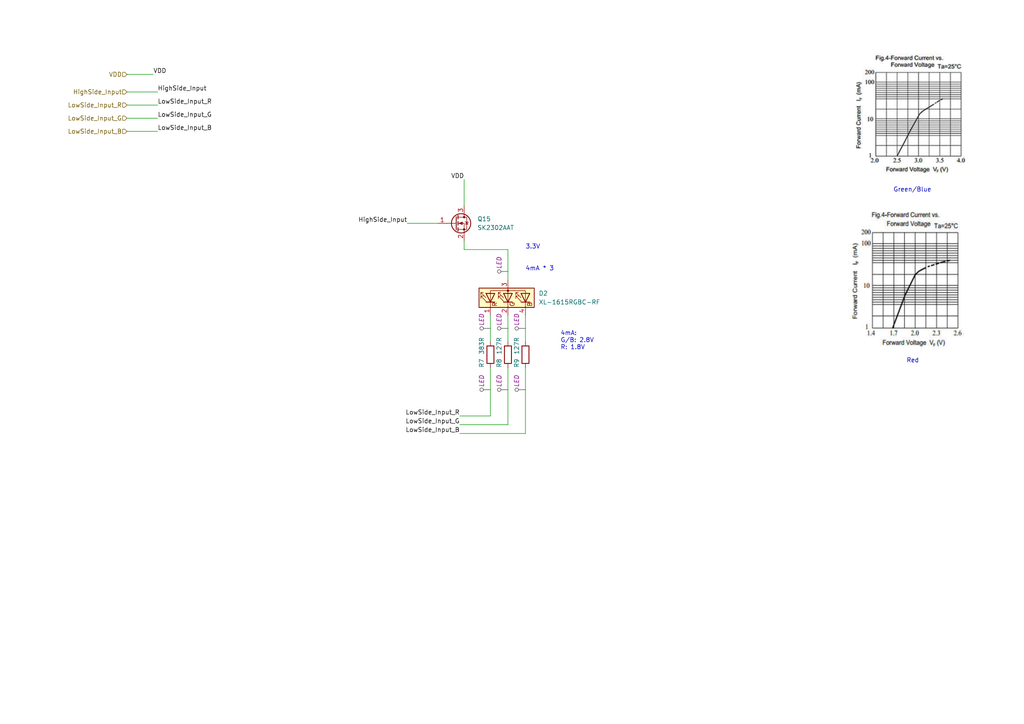
<source format=kicad_sch>
(kicad_sch (version 20230121) (generator eeschema)
  (paper "A4")
  (title_block (title "KiCad 2023 Asia Badge") (date "2023-10-07") (rev "2") (company "Beijing Exponential Deep Space") (comment 1 "Designed by Yang Hongbo"))
  (lib_symbols
    (symbol "Device:LED_RGAB" (pin_names (offset 0) hide)
      (property "Reference" "D" (at 0 9.398 0))
      (property "Value" "LED_RGAB" (at 0 -8.89 0))
      (symbol "LED_RGAB_0_0"
        (text "B" (at -1.905 -6.35 0) (effects (font (size 1.27 1.27))))
        (text "G" (at -1.905 -1.27 0) (effects (font (size 1.27 1.27))))
        (text "R" (at -1.905 3.81 0) (effects (font (size 1.27 1.27))))
      )
      (symbol "LED_RGAB_0_1"
        (polyline (pts (xy -1.27 -5.08) (xy -2.54 -5.08)))
        (polyline (pts (xy -1.27 -5.08) (xy 1.27 -5.08)))
        (polyline (pts (xy -1.27 -3.81) (xy -1.27 -6.35)) (stroke (width 0.254)))
        (polyline (pts (xy -1.27 0) (xy -2.54 0)))
        (polyline (pts (xy -1.27 1.27) (xy -1.27 -1.27)) (stroke (width 0.254)))
        (polyline (pts (xy -1.27 5.08) (xy -2.54 5.08)))
        (polyline (pts (xy -1.27 5.08) (xy 1.27 5.08)))
        (polyline (pts (xy -1.27 6.35) (xy -1.27 3.81)) (stroke (width 0.254)))
        (polyline (pts (xy 1.27 0) (xy -1.27 0)))
        (polyline (pts (xy 1.27 0) (xy 2.54 0)))
        (polyline (pts (xy -1.27 1.27) (xy -1.27 -1.27) (xy -1.27 -1.27)))
        (polyline (pts (xy -1.27 6.35) (xy -1.27 3.81) (xy -1.27 3.81)))
        (polyline (pts (xy 1.27 -5.08) (xy 2.032 -5.08) (xy 2.032 5.08) (xy 1.27 5.08)))
        (polyline (pts (xy 1.27 -3.81) (xy 1.27 -6.35) (xy -1.27 -5.08) (xy 1.27 -3.81)) (stroke (width 0.254)))
        (polyline (pts (xy 1.27 1.27) (xy 1.27 -1.27) (xy -1.27 0) (xy 1.27 1.27)) (stroke (width 0.254)))
        (polyline (pts (xy 1.27 6.35) (xy 1.27 3.81) (xy -1.27 5.08) (xy 1.27 6.35)) (stroke (width 0.254)))
        (polyline (pts (xy -1.016 -3.81) (xy 0.508 -2.286) (xy -0.254 -2.286) (xy 0.508 -2.286) (xy 0.508 -3.048)))
        (polyline (pts (xy -1.016 1.27) (xy 0.508 2.794) (xy -0.254 2.794) (xy 0.508 2.794) (xy 0.508 2.032)))
        (polyline (pts (xy -1.016 6.35) (xy 0.508 7.874) (xy -0.254 7.874) (xy 0.508 7.874) (xy 0.508 7.112)))
        (polyline (pts (xy 0 -3.81) (xy 1.524 -2.286) (xy 0.762 -2.286) (xy 1.524 -2.286) (xy 1.524 -3.048)))
        (polyline (pts (xy 0 1.27) (xy 1.524 2.794) (xy 0.762 2.794) (xy 1.524 2.794) (xy 1.524 2.032)))
        (polyline (pts (xy 0 6.35) (xy 1.524 7.874) (xy 0.762 7.874) (xy 1.524 7.874) (xy 1.524 7.112)))
        (rectangle (start 1.27 -1.27) (end 1.27 1.27))
        (rectangle (start 1.27 1.27) (end 1.27 1.27))
        (rectangle (start 1.27 3.81) (end 1.27 6.35))
        (rectangle (start 1.27 6.35) (end 1.27 6.35))
        (circle (center 2.032 0) (radius 0.254) (fill (type outline)))
        (rectangle (start 2.794 8.382) (end -2.794 -7.62) (stroke (width 0.254)) (fill (type background)))
      )
      (symbol "LED_RGAB_1_1"
        (pin passive line (at -5.08 5.08 0) (length 2.54) (name "RK") (number "1"))
        (pin passive line (at -5.08 0 0) (length 2.54) (name "GK") (number "2"))
        (pin passive line (at 5.08 0 180) (length 2.54) (name "A") (number "3"))
        (pin passive line (at -5.08 -5.08 0) (length 2.54) (name "BK") (number "4"))
      )
    )
    (symbol "Device:Q_NMOS_GSD" (pin_names (offset 0) hide)
      (property "Reference" "Q" (at 5.08 1.27 0))
      (property "Value" "Q_NMOS_GSD" (at 5.08 -1.27 0))
      (symbol "Q_NMOS_GSD_0_1"
        (polyline (pts (xy 0.254 0) (xy -2.54 0)))
        (polyline (pts (xy 0.254 1.905) (xy 0.254 -1.905)) (stroke (width 0.254)))
        (polyline (pts (xy 0.762 -1.27) (xy 0.762 -2.286)) (stroke (width 0.254)))
        (polyline (pts (xy 0.762 0.508) (xy 0.762 -0.508)) (stroke (width 0.254)))
        (polyline (pts (xy 0.762 2.286) (xy 0.762 1.27)) (stroke (width 0.254)))
        (polyline (pts (xy 2.54 2.54) (xy 2.54 1.778)))
        (polyline (pts (xy 2.54 -2.54) (xy 2.54 0) (xy 0.762 0)))
        (polyline (pts (xy 0.762 -1.778) (xy 3.302 -1.778) (xy 3.302 1.778) (xy 0.762 1.778)))
        (polyline (pts (xy 1.016 0) (xy 2.032 0.381) (xy 2.032 -0.381) (xy 1.016 0)) (fill (type outline)))
        (polyline (pts (xy 2.794 0.508) (xy 2.921 0.381) (xy 3.683 0.381) (xy 3.81 0.254)))
        (polyline (pts (xy 3.302 0.381) (xy 2.921 -0.254) (xy 3.683 -0.254) (xy 3.302 0.381)))
        (circle (center 1.651 0) (radius 2.794) (stroke (width 0.254)))
        (circle (center 2.54 -1.778) (radius 0.254) (fill (type outline)))
        (circle (center 2.54 1.778) (radius 0.254) (fill (type outline)))
      )
      (symbol "Q_NMOS_GSD_1_1"
        (pin input line (at -5.08 0 0) (length 2.54) (name "G") (number "1"))
        (pin passive line (at 2.54 -5.08 90) (length 2.54) (name "S") (number "2"))
        (pin passive line (at 2.54 5.08 270) (length 2.54) (name "D") (number "3"))
      )
    )
    (symbol "Device:R" (pin_numbers hide) (pin_names (offset 0))
      (property "Reference" "R" (at 2.032 0 90))
      (property "Value" "R" (at 0 0 90))
      (symbol "R_0_1"
        (rectangle (start -1.016 -2.54) (end 1.016 2.54) (stroke (width 0.254)))
      )
      (symbol "R_1_1"
        (pin passive line (at 0 3.81 270) (length 1.27) (name "~") (number "1"))
        (pin passive line (at 0 -3.81 90) (length 1.27) (name "~") (number "2"))
      )
    )
  )
  (wire (pts (xy 134.62 59.69) (xy 134.62 52.07)))
  (wire (pts (xy 36.83 21.59) (xy 44.45 21.59)))
  (wire (pts (xy 142.24 91.44) (xy 142.24 99.06)))
  (wire (pts (xy 36.83 34.29) (xy 45.72 34.29)))
  (wire (pts (xy 152.4 106.68) (xy 152.4 125.73)))
  (wire (pts (xy 147.32 81.28) (xy 147.32 72.39)))
  (wire (pts (xy 152.4 91.44) (xy 152.4 99.06)))
  (wire (pts (xy 134.62 69.85) (xy 134.62 72.39)))
  (wire (pts (xy 36.83 30.48) (xy 45.72 30.48)))
  (wire (pts (xy 142.24 120.65) (xy 133.35 120.65)))
  (wire (pts (xy 147.32 106.68) (xy 147.32 123.19)))
  (wire (pts (xy 133.35 125.73) (xy 152.4 125.73)))
  (wire (pts (xy 134.62 72.39) (xy 147.32 72.39)))
  (wire (pts (xy 36.83 38.1) (xy 45.72 38.1)))
  (wire (pts (xy 36.83 26.67) (xy 45.72 26.67)))
  (wire (pts (xy 147.32 91.44) (xy 147.32 99.06)))
  (wire (pts (xy 133.35 123.19) (xy 147.32 123.19)))
  (wire (pts (xy 127 64.77) (xy 118.11 64.77)))
  (wire (pts (xy 142.24 106.68) (xy 142.24 120.65)))
  (image (at 264.16 81.28) (scale 0.90483))
  (image (at 264.16 33.02))
  (text "4mA:\nG/B: 2.8V\nR: 1.8V" (at 162.56 101.6 0) (effects (font (size 1.27 1.27)) (justify left bottom)))
  (text "4mA * 3" (at 152.4 78.74 0) (effects (font (size 1.27 1.27)) (justify left bottom)))
  (text "Green/Blue" (at 259.08 55.88 0) (effects (font (size 1.27 1.27)) (justify left bottom)))
  (text "Red" (at 262.89 105.41 0) (effects (font (size 1.27 1.27)) (justify left bottom)))
  (text "3.3V" (at 152.4 72.39 0) (effects (font (size 1.27 1.27)) (justify left bottom)))
  (label "LowSide_Input_G" (at 45.72 34.29 0))
  (label "LowSide_Input_B" (at 45.72 38.1 0))
  (label "VDD" (at 44.45 21.59 0))
  (label "LowSide_Input_R" (at 133.35 120.65 180))
  (label "HighSide_Input" (at 118.11 64.77 180))
  (label "VDD" (at 134.62 52.07 180))
  (label "LowSide_Input_R" (at 45.72 30.48 0))
  (label "LowSide_Input_B" (at 133.35 125.73 180))
  (label "HighSide_Input" (at 45.72 26.67 0))
  (label "LowSide_Input_G" (at 133.35 123.19 180))
  (hierarchical_label "LowSide_Input_G" (shape input) (at 36.83 34.29 180))
  (hierarchical_label "VDD" (shape input) (at 36.83 21.59 180))
  (hierarchical_label "LowSide_Input_R" (shape input) (at 36.83 30.48 180))
  (hierarchical_label "LowSide_Input_B" (shape input) (at 36.83 38.1 180))
  (hierarchical_label "HighSide_Input" (shape input) (at 36.83 26.67 180))
  (netclass_flag "" (length 2.54) (shape round) (at 147.32 78.74 90) (property "Netclass" "LED" (at 144.78 78.0415 90) (effects (font italic) (justify left))))
  (netclass_flag "" (length 2.54) (shape round) (at 152.4 113.03 90) (property "Netclass" "LED" (at 149.86 112.3315 90) (effects (font italic) (justify left))))
  (netclass_flag "" (length 2.54) (shape round) (at 147.32 95.25 90) (property "Netclass" "LED" (at 144.78 94.5515 90) (effects (font italic) (justify left))))
  (netclass_flag "" (length 2.54) (shape round) (at 142.24 113.03 90) (property "Netclass" "LED" (at 139.7 112.3315 90) (effects (font italic) (justify left))))
  (netclass_flag "" (length 2.54) (shape round) (at 152.4 95.25 90) (property "Netclass" "LED" (at 149.86 94.5515 90) (effects (font italic) (justify left))))
  (netclass_flag "" (length 2.54) (shape round) (at 147.32 113.03 90) (property "Netclass" "LED" (at 144.78 112.3315 90) (effects (font italic) (justify left))))
  (netclass_flag "" (length 2.54) (shape round) (at 142.24 95.25 90) (property "Netclass" "LED" (at 139.7 94.5515 90) (effects (font italic) (justify left))))
  (symbol (lib_id "Device:R") (at 142.24 102.87 0) (unit 1)
    (property "Reference" "R7" (at 139.7 106.68 90) (effects (justify left)))
    (property "Value" "383R" (at 139.7 102.87 90) (effects (justify left)))
    (property "Footprint" "Resistor_SMD:R_0402_1005Metric" (effects hide))
    (property "Description" "电阻类型: 薄膜电阻 阻值: 383Ω 精度: ±0.1% 功率: 63mW 温度系数: ±25ppm/℃ 工作温度范围: -55℃~+155℃" (effects hide))
    (property "LCSC" "C852748" (effects hide))
    (property "Vendor" "YAGEO(国巨)" (effects hide))
    (property "Vendor Model" "RT0402BRD07383RL" (effects hide))
    (instances (project "KiConSZ2023" (path "" (reference "R7") (unit 1)) (path "" (reference "R10") (unit 1)) (path "" (reference "R13") (unit 1)) (path "" (reference "R16") (unit 1)) (path "" (reference "R19") (unit 1)) (path "" (reference "R4") (unit 1)) (path "" (reference "R28") (unit 1)) (path "" (reference "R25") (unit 1)) (path "" (reference "R22") (unit 1)) (path "" (reference "R31") (unit 1)) (path "" (reference "R37") (unit 1)) (path "" (reference "R34") (unit 1))))
  )
  (symbol (lib_id "Device:R") (at 152.4 102.87 0) (unit 1)
    (property "Reference" "R9" (at 149.86 106.68 90) (effects (justify left)))
    (property "Value" "127R" (at 149.86 102.87 90) (effects (justify left)))
    (property "Footprint" "Resistor_SMD:R_0402_1005Metric" (effects hide))
    (property "Description" "电阻类型: 厚膜电阻 阻值: 127Ω 精度: ±1% 功率: 62.5mW 温度系数: ±100ppm/℃ 最大工作电压: 50V 工作温" (effects hide))
    (property "LCSC" "C226766" (effects hide))
    (property "Vendor" "YAGEO(国巨)" (effects hide))
    (property "Vendor Model" "AC0402FR-07127RL" (effects hide))
    (instances (project "KiConSZ2023" (path "" (reference "R9") (unit 1)) (path "" (reference "R12") (unit 1)) (path "" (reference "R15") (unit 1)) (path "" (reference "R18") (unit 1)) (path "" (reference "R21") (unit 1)) (path "" (reference "R6") (unit 1)) (path "" (reference "R30") (unit 1)) (path "" (reference "R27") (unit 1)) (path "" (reference "R24") (unit 1)) (path "" (reference "R33") (unit 1)) (path "" (reference "R39") (unit 1)) (path "" (reference "R36") (unit 1))))
  )
  (symbol (lib_id "Device:R") (at 147.32 102.87 0) (unit 1)
    (property "Reference" "R8" (at 144.78 106.68 90) (effects (justify left)))
    (property "Value" "127R" (at 144.78 102.87 90) (effects (justify left)))
    (property "Footprint" "Resistor_SMD:R_0402_1005Metric" (effects hide))
    (property "Description" "电阻类型: 厚膜电阻 阻值: 127Ω 精度: ±1% 功率: 62.5mW 温度系数: ±100ppm/℃ 最大工作电压: 50V 工作温" (effects hide))
    (property "LCSC" "C226766" (effects hide))
    (property "Vendor" "YAGEO(国巨)" (effects hide))
    (property "Vendor Model" "AC0402FR-07127RL" (effects hide))
    (instances (project "KiConSZ2023" (path "" (reference "R8") (unit 1)) (path "" (reference "R11") (unit 1)) (path "" (reference "R14") (unit 1)) (path "" (reference "R17") (unit 1)) (path "" (reference "R20") (unit 1)) (path "" (reference "R5") (unit 1)) (path "" (reference "R29") (unit 1)) (path "" (reference "R26") (unit 1)) (path "" (reference "R23") (unit 1)) (path "" (reference "R32") (unit 1)) (path "" (reference "R38") (unit 1)) (path "" (reference "R35") (unit 1))))
  )
  (symbol (lib_id "Device:LED_RGAB") (at 147.32 86.36 90) (unit 1)
    (property "Reference" "D2" (at 156.21 85.09 90) (effects (justify right)))
    (property "Value" "XL-1615RGBC-RF" (at 156.21 87.63 90) (effects (justify right)))
    (property "Footprint" "IotPi_LED:XL-1615RGBC_no-silkscreen" (effects hide))
    (property "Description" "LED指示灯 三色 红色,翠绿色,蓝色(RGB) 1615 正贴" (effects hide))
    (property "Vendor" "XingLight" (effects hide))
    (property "Vendor Model" "XL-1615RGBC-RF" (effects hide))
    (instances (project "KiConSZ2023" (path "" (reference "D2") (unit 1)) (path "" (reference "D3") (unit 1)) (path "" (reference "D4") (unit 1)) (path "" (reference "D5") (unit 1)) (path "" (reference "D6") (unit 1)) (path "" (reference "D7") (unit 1)) (path "" (reference "D10") (unit 1)) (path "" (reference "D9") (unit 1)) (path "" (reference "D8") (unit 1)) (path "" (reference "D11") (unit 1)) (path "" (reference "D13") (unit 1)) (path "" (reference "D12") (unit 1))))
  )
  (symbol (lib_id "Device:Q_NMOS_GSD") (at 132.08 64.77 0) (unit 1)
    (property "Reference" "Q15" (at 138.43 63.5 0) (effects (justify left)))
    (property "Value" "SK2302AAT" (at 138.43 66.04 0) (effects (justify left)))
    (property "Footprint" "IotPi_Package_TO_SOT_SMD:SOT-523_no-silkscreen" (effects hide))
    (property "Description" "类型：N沟道 漏源电压(Vdss)：20V 连续漏极电流(Id)：2.1A 功率(Pd)：350mW 导通电阻(RDS(on)@Vgs,Id)：60mΩ@4.5V,2A" (effects hide))
    (property "LCSC" "C475757" (effects hide))
    (property "Vendor" " SHIKUES(时科)" (effects hide))
    (property "Vendor Model" "SK2302AAT" (effects hide))
    (instances (project "KiConSZ2023" (path "" (reference "Q15") (unit 1)) (path "" (reference "Q16") (unit 1)) (path "" (reference "Q14") (unit 1)) (path "" (reference "Q5") (unit 1)) (path "" (reference "Q12") (unit 1)) (path "" (reference "Q13") (unit 1)) (path "" (reference "Q2") (unit 1)) (path "" (reference "Q11") (unit 1)) (path "" (reference "Q10") (unit 1)) (path "" (reference "Q9") (unit 1)) (path "" (reference "Q8") (unit 1)) (path "" (reference "Q7") (unit 1)) (path "" (reference "Q6") (unit 1))))
  )
)
</source>
